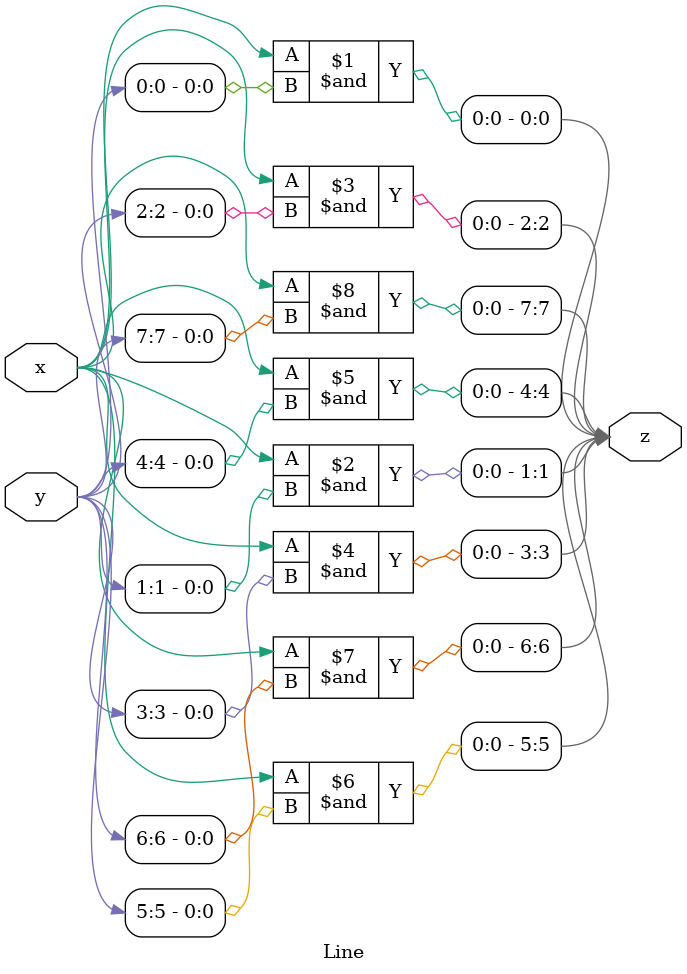
<source format=v>
`timescale 1ns / 1ps
module Line( 
	input  x,
	input  [7:0] y,
	output [7:0] z
    );
	 
 assign z[0] = x & y[0];
 assign z[1] = x & y[1];
 assign z[2] = x & y[2];
 assign z[3] = x & y[3]; 
 assign z[4] = x & y[4];
 assign z[5] = x & y[5];
 assign z[6] = x & y[6];
 assign z[7] = x & y[7];

endmodule

</source>
